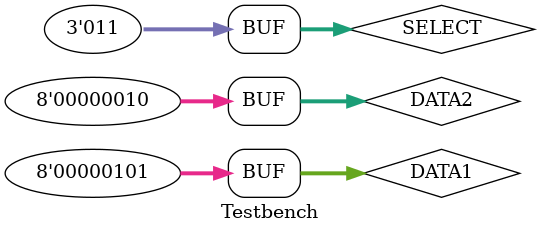
<source format=v>
`include "alu.v"

`timescale 1ns /  1ps

module Testbench;

  reg signed [7:0] DATA1 , DATA2 ;                 // input
  reg [2:0] SELECT ;                        // selector

  wire signed [7:0] RESULT; 
     
  alu functions( DATA1 , DATA2 , RESULT , SELECT );
        initial begin
        //    System output
              $monitor($time , "DATA1 : %b(%d) , DATA2 : %b(%d) , SELECT : %b , RESULT : %b(%d) " , DATA1 , DATA1 , DATA2 , DATA2 , SELECT , RESULT , RESULT );
              $dumpfile( "wavedata.vcd" );
              $dumpvars( 0 , Testbench );
        end 
        initial begin
          #0                          //  forward
          DATA1  = 8'b10000011 ; 
          DATA2  = 8'b010 ;
          SELECT = 3'b000 ;
          #5                          // add
          DATA1  = 8'b011 ; 
          DATA2  = -8'b110 ;
          SELECT = 3'b001 ;
          #5                          // and
          DATA1  = 8'b011 ; 
          DATA2  = 8'b010 ;
          SELECT = 3'b010 ;
          #5                          // or
          DATA1  = 8'b101 ; 
          DATA2  = 8'b010 ;
          SELECT = 3'b011 ;
        end


endmodule

</source>
